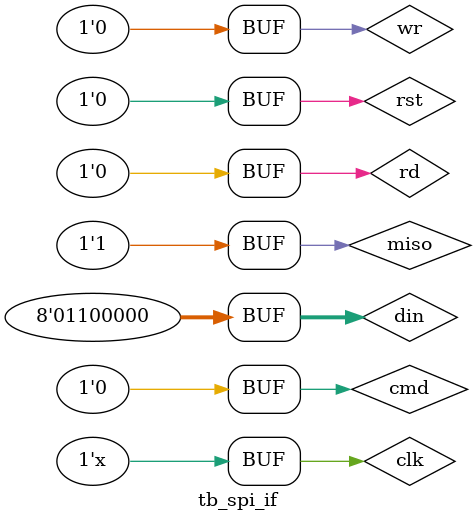
<source format=v>
`timescale 1ns / 1ps

module tb_spi_if;

	// Inputs
	reg clk;
	reg rst;
	reg miso;
	reg [7:0] din;
	reg cmd;
	reg rd;
	reg wr;

	// Outputs
	wire sclk;
	wire mosi;
	wire cs0;
	wire cs1;
	wire cs2;
	wire cs3;
	wire [7:0] dout;
	wire irq;

	// Instantiate the Unit Under Test (UUT)
	spi_if uut (
		.clk(clk), 
		.rst(rst), 
		.miso(miso), 
		.sclk(sclk), 
		.mosi(mosi), 
		.cs0(cs0), 
		.cs1(cs1), 
		.cs2(cs2), 
		.cs3(cs3), 
		.din(din), 
		.cmd(cmd), 
		.rd(rd), 
		.wr(wr), 
		.dout(dout), 
		.irq(irq)
	);
   
   // Generate clock
   always #5 begin
      clk = ~clk;
   end
	
	initial begin
		// Initialize Inputs
		clk = 0;
		rst = 0;
		miso = 1;
		din = 0;
		cmd = 0;
		rd = 0;
		wr = 0;

		// Wait 100 ns for global reset to finish
		#100;
		rst = 1;
		#100;
		rst = 0;
		# 100;
		        
		// Add stimulus here
		din = 8'b00110111;
		cmd = 1;
		#10;
		cmd = 0;
		#10;
		din = 8'b01100000;
		wr = 1;
		#10;
		wr = 0;
		#400;
		rd = 1;
		#10;
		rd = 0;
	end
      
endmodule


</source>
